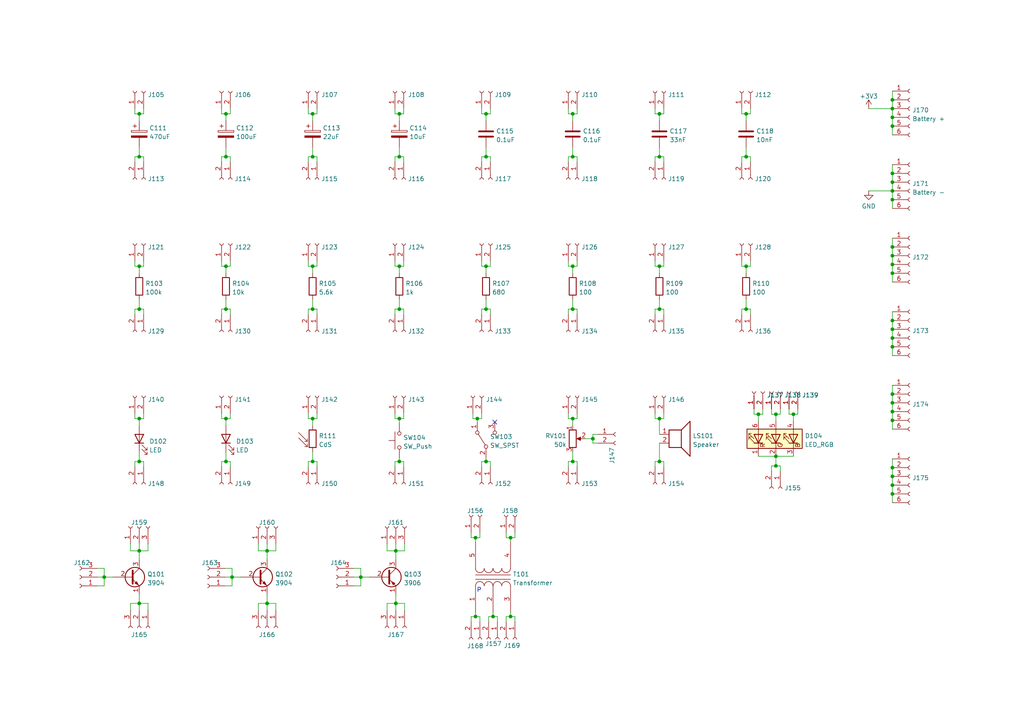
<source format=kicad_sch>
(kicad_sch (version 20211123) (generator eeschema)
  (paper "A4")
  (title_block (title "30-in-One") (date "2022-09-10") (rev "1.1") (company "DCZia") (comment 1 "defcon 30"))
  (junction (at 258.826 140.716))
  (junction (at 258.826 135.636))
  (junction (at 143.002 178.816))
  (junction (at 258.826 79.248))
  (junction (at 225.044 135.128))
  (junction (at 258.826 138.176))
  (junction (at 258.826 71.628))
  (junction (at 90.678 45.466))
  (junction (at 104.648 167.386))
  (junction (at 166.116 45.466))
  (junction (at 258.826 100.584))
  (junction (at 90.678 133.858))
  (junction (at 225.044 132.334))
  (junction (at 230.124 120.142))
  (junction (at 140.97 33.02))
  (junction (at 40.386 133.858))
  (junction (at 137.922 155.956))
  (junction (at 65.532 77.216))
  (junction (at 258.826 57.912))
  (junction (at 114.808 175.006))
  (junction (at 258.826 119.38))
  (junction (at 258.826 52.832))
  (junction (at 191.262 77.216))
  (junction (at 258.826 95.504))
  (junction (at 40.386 77.216))
  (junction (at 258.826 76.708))
  (junction (at 90.678 33.02))
  (junction (at 140.97 77.216))
  (junction (at 191.262 89.662))
  (junction (at 148.082 155.956))
  (junction (at 30.226 167.386))
  (junction (at 219.964 120.142))
  (junction (at 216.408 89.662))
  (junction (at 225.044 120.142))
  (junction (at 258.826 34.036))
  (junction (at 258.826 50.292))
  (junction (at 40.386 45.466))
  (junction (at 258.826 121.92))
  (junction (at 148.082 178.816))
  (junction (at 65.532 121.412))
  (junction (at 40.386 89.662))
  (junction (at 191.262 133.858))
  (junction (at 166.116 77.216))
  (junction (at 166.116 33.02))
  (junction (at 166.116 89.662))
  (junction (at 258.826 55.372))
  (junction (at 115.824 33.02))
  (junction (at 258.826 74.168))
  (junction (at 40.386 175.006))
  (junction (at 258.826 143.256))
  (junction (at 90.678 89.662))
  (junction (at 258.826 31.496))
  (junction (at 65.532 89.662))
  (junction (at 115.824 133.858))
  (junction (at 138.43 121.412))
  (junction (at 40.386 159.766))
  (junction (at 258.826 92.964))
  (junction (at 258.826 28.956))
  (junction (at 65.532 45.466))
  (junction (at 65.532 133.858))
  (junction (at 191.262 33.02))
  (junction (at 40.386 121.412))
  (junction (at 140.97 133.858))
  (junction (at 90.678 121.412))
  (junction (at 140.97 45.466))
  (junction (at 171.958 127.254))
  (junction (at 40.386 33.02))
  (junction (at 166.116 133.858))
  (junction (at 67.31 167.386))
  (junction (at 191.262 45.466))
  (junction (at 77.47 175.006))
  (junction (at 258.826 36.576))
  (junction (at 258.826 116.84))
  (junction (at 114.808 159.766))
  (junction (at 216.408 77.216))
  (junction (at 216.408 45.466))
  (junction (at 115.824 77.216))
  (junction (at 166.116 121.412))
  (junction (at 77.47 159.766))
  (junction (at 90.678 77.216))
  (junction (at 65.532 33.02))
  (junction (at 115.824 89.662))
  (junction (at 140.97 89.662))
  (junction (at 258.826 98.044))
  (junction (at 137.922 178.816))
  (junction (at 258.826 114.3))
  (junction (at 115.824 45.466))
  (junction (at 216.408 33.02))
  (junction (at 191.262 121.412))
  (junction (at 115.824 121.412))
  (no_connect (at 143.51 122.428))
  (wire (pts (xy 112.268 157.734) (xy 112.268 159.766)))
  (wire (pts (xy 167.386 133.858) (xy 166.116 133.858)))
  (wire (pts (xy 104.648 167.386) (xy 107.188 167.386)))
  (wire (pts (xy 65.532 33.02) (xy 65.532 35.052)))
  (wire (pts (xy 173.482 128.524) (xy 171.958 128.524)))
  (wire (pts (xy 114.554 89.662) (xy 115.824 89.662)))
  (wire (pts (xy 164.846 135.382) (xy 164.846 133.858)))
  (wire (pts (xy 65.532 133.858) (xy 65.532 131.064)))
  (wire (pts (xy 258.826 79.248) (xy 258.826 81.788)))
  (wire (pts (xy 217.678 77.216) (xy 216.408 77.216)))
  (wire (pts (xy 217.678 89.662) (xy 216.408 89.662)))
  (wire (pts (xy 164.846 119.888) (xy 164.846 121.412)))
  (wire (pts (xy 258.826 119.38) (xy 258.826 121.92)))
  (wire (pts (xy 112.268 175.006) (xy 114.808 175.006)))
  (wire (pts (xy 146.812 180.34) (xy 146.812 178.816)))
  (wire (pts (xy 164.846 133.858) (xy 166.116 133.858)))
  (wire (pts (xy 137.922 178.816) (xy 137.922 177.546)))
  (wire (pts (xy 114.554 75.692) (xy 114.554 77.216)))
  (wire (pts (xy 142.24 45.466) (xy 140.97 45.466)))
  (wire (pts (xy 39.116 31.496) (xy 39.116 33.02)))
  (wire (pts (xy 192.532 91.186) (xy 192.532 89.662)))
  (wire (pts (xy 142.24 135.382) (xy 142.24 133.858)))
  (wire (pts (xy 30.226 169.926) (xy 30.226 167.386)))
  (wire (pts (xy 91.948 75.692) (xy 91.948 77.216)))
  (wire (pts (xy 189.992 135.382) (xy 189.992 133.858)))
  (wire (pts (xy 192.532 75.692) (xy 192.532 77.216)))
  (wire (pts (xy 149.352 178.816) (xy 148.082 178.816)))
  (wire (pts (xy 41.656 121.412) (xy 40.386 121.412)))
  (wire (pts (xy 167.386 119.888) (xy 167.386 121.412)))
  (wire (pts (xy 140.97 133.858) (xy 140.97 132.588)))
  (wire (pts (xy 39.116 135.382) (xy 39.116 133.858)))
  (wire (pts (xy 251.968 31.496) (xy 258.826 31.496)))
  (wire (pts (xy 91.948 119.888) (xy 91.948 121.412)))
  (wire (pts (xy 148.082 178.816) (xy 148.082 177.546)))
  (wire (pts (xy 139.7 77.216) (xy 140.97 77.216)))
  (wire (pts (xy 166.116 45.466) (xy 166.116 42.672)))
  (wire (pts (xy 66.802 135.382) (xy 66.802 133.858)))
  (wire (pts (xy 39.116 46.99) (xy 39.116 45.466)))
  (wire (pts (xy 89.408 89.662) (xy 90.678 89.662)))
  (wire (pts (xy 167.386 75.692) (xy 167.386 77.216)))
  (wire (pts (xy 136.652 178.816) (xy 137.922 178.816)))
  (wire (pts (xy 37.846 175.006) (xy 40.386 175.006)))
  (wire (pts (xy 117.348 159.766) (xy 114.808 159.766)))
  (wire (pts (xy 91.948 89.662) (xy 90.678 89.662)))
  (wire (pts (xy 167.386 135.382) (xy 167.386 133.858)))
  (wire (pts (xy 139.7 135.382) (xy 139.7 133.858)))
  (wire (pts (xy 65.278 167.386) (xy 67.31 167.386)))
  (wire (pts (xy 142.24 31.496) (xy 142.24 33.02)))
  (wire (pts (xy 39.116 45.466) (xy 40.386 45.466)))
  (wire (pts (xy 139.192 180.34) (xy 139.192 178.816)))
  (wire (pts (xy 189.992 119.888) (xy 189.992 121.412)))
  (wire (pts (xy 215.138 45.466) (xy 216.408 45.466)))
  (wire (pts (xy 41.656 133.858) (xy 40.386 133.858)))
  (wire (pts (xy 223.774 136.652) (xy 223.774 135.128)))
  (wire (pts (xy 117.094 135.382) (xy 117.094 133.858)))
  (wire (pts (xy 65.278 169.926) (xy 67.31 169.926)))
  (wire (pts (xy 65.532 89.662) (xy 65.532 86.868)))
  (wire (pts (xy 102.616 167.386) (xy 104.648 167.386)))
  (wire (pts (xy 117.094 77.216) (xy 115.824 77.216)))
  (wire (pts (xy 148.082 155.956) (xy 148.082 157.226)))
  (wire (pts (xy 112.268 159.766) (xy 114.808 159.766)))
  (wire (pts (xy 166.116 133.858) (xy 166.116 131.064)))
  (wire (pts (xy 117.094 75.692) (xy 117.094 77.216)))
  (wire (pts (xy 102.616 169.926) (xy 104.648 169.926)))
  (wire (pts (xy 251.968 55.372) (xy 258.826 55.372)))
  (wire (pts (xy 91.948 33.02) (xy 90.678 33.02)))
  (wire (pts (xy 64.262 33.02) (xy 65.532 33.02)))
  (wire (pts (xy 189.992 133.858) (xy 191.262 133.858)))
  (wire (pts (xy 74.93 159.766) (xy 77.47 159.766)))
  (wire (pts (xy 164.846 91.186) (xy 164.846 89.662)))
  (wire (pts (xy 258.826 143.256) (xy 258.826 145.796)))
  (wire (pts (xy 39.116 77.216) (xy 40.386 77.216)))
  (wire (pts (xy 40.386 175.006) (xy 40.386 172.466)))
  (wire (pts (xy 166.116 89.662) (xy 166.116 86.868)))
  (wire (pts (xy 66.802 45.466) (xy 65.532 45.466)))
  (wire (pts (xy 80.01 159.766) (xy 77.47 159.766)))
  (wire (pts (xy 142.24 46.99) (xy 142.24 45.466)))
  (wire (pts (xy 258.826 26.416) (xy 258.826 28.956)))
  (wire (pts (xy 167.386 33.02) (xy 166.116 33.02)))
  (wire (pts (xy 64.262 119.888) (xy 64.262 121.412)))
  (wire (pts (xy 146.812 155.956) (xy 148.082 155.956)))
  (wire (pts (xy 64.262 89.662) (xy 65.532 89.662)))
  (wire (pts (xy 215.138 75.692) (xy 215.138 77.216)))
  (wire (pts (xy 91.948 135.382) (xy 91.948 133.858)))
  (wire (pts (xy 117.094 133.858) (xy 115.824 133.858)))
  (wire (pts (xy 149.352 154.432) (xy 149.352 155.956)))
  (wire (pts (xy 64.262 91.186) (xy 64.262 89.662)))
  (wire (pts (xy 191.262 33.02) (xy 191.262 35.052)))
  (wire (pts (xy 41.656 45.466) (xy 40.386 45.466)))
  (wire (pts (xy 258.826 55.372) (xy 258.826 57.912)))
  (wire (pts (xy 258.826 57.912) (xy 258.826 60.452)))
  (wire (pts (xy 166.116 121.412) (xy 166.116 123.444)))
  (wire (pts (xy 74.93 157.734) (xy 74.93 159.766)))
  (wire (pts (xy 39.116 133.858) (xy 40.386 133.858)))
  (wire (pts (xy 30.226 164.846) (xy 30.226 167.386)))
  (wire (pts (xy 258.826 47.752) (xy 258.826 50.292)))
  (wire (pts (xy 89.408 75.692) (xy 89.408 77.216)))
  (wire (pts (xy 114.554 119.888) (xy 114.554 121.412)))
  (wire (pts (xy 191.262 89.662) (xy 191.262 86.868)))
  (wire (pts (xy 117.348 175.006) (xy 114.808 175.006)))
  (wire (pts (xy 258.826 69.088) (xy 258.826 71.628)))
  (wire (pts (xy 166.116 33.02) (xy 166.116 35.052)))
  (wire (pts (xy 89.408 133.858) (xy 90.678 133.858)))
  (wire (pts (xy 114.554 91.186) (xy 114.554 89.662)))
  (wire (pts (xy 80.01 177.038) (xy 80.01 175.006)))
  (wire (pts (xy 258.826 74.168) (xy 258.826 76.708)))
  (wire (pts (xy 191.516 125.984) (xy 191.262 125.984)))
  (wire (pts (xy 114.554 45.466) (xy 115.824 45.466)))
  (wire (pts (xy 40.386 157.734) (xy 40.386 159.766)))
  (wire (pts (xy 89.408 135.382) (xy 89.408 133.858)))
  (wire (pts (xy 115.824 89.662) (xy 115.824 86.868)))
  (wire (pts (xy 90.678 121.412) (xy 90.678 123.444)))
  (wire (pts (xy 41.656 77.216) (xy 40.386 77.216)))
  (wire (pts (xy 258.826 52.832) (xy 258.826 55.372)))
  (wire (pts (xy 139.7 31.496) (xy 139.7 33.02)))
  (wire (pts (xy 89.408 46.99) (xy 89.408 45.466)))
  (wire (pts (xy 167.386 45.466) (xy 166.116 45.466)))
  (wire (pts (xy 173.482 125.984) (xy 171.958 125.984)))
  (wire (pts (xy 66.802 31.496) (xy 66.802 33.02)))
  (wire (pts (xy 39.116 89.662) (xy 40.386 89.662)))
  (wire (pts (xy 258.826 71.628) (xy 258.826 74.168)))
  (wire (pts (xy 217.678 45.466) (xy 216.408 45.466)))
  (wire (pts (xy 164.846 121.412) (xy 166.116 121.412)))
  (wire (pts (xy 258.826 50.292) (xy 258.826 52.832)))
  (wire (pts (xy 258.826 114.3) (xy 258.826 116.84)))
  (wire (pts (xy 144.272 180.34) (xy 144.272 178.816)))
  (wire (pts (xy 139.7 121.412) (xy 138.43 121.412)))
  (wire (pts (xy 90.678 89.662) (xy 90.678 86.868)))
  (wire (pts (xy 191.262 77.216) (xy 191.262 79.248)))
  (wire (pts (xy 218.694 120.142) (xy 219.964 120.142)))
  (wire (pts (xy 141.732 180.34) (xy 141.732 178.816)))
  (wire (pts (xy 66.802 133.858) (xy 65.532 133.858)))
  (wire (pts (xy 258.826 31.496) (xy 258.826 34.036)))
  (wire (pts (xy 258.826 90.424) (xy 258.826 92.964)))
  (wire (pts (xy 66.802 89.662) (xy 65.532 89.662)))
  (wire (pts (xy 139.7 91.186) (xy 139.7 89.662)))
  (wire (pts (xy 114.554 135.382) (xy 114.554 133.858)))
  (wire (pts (xy 114.554 77.216) (xy 115.824 77.216)))
  (wire (pts (xy 140.97 77.216) (xy 140.97 79.248)))
  (wire (pts (xy 189.992 33.02) (xy 191.262 33.02)))
  (wire (pts (xy 74.93 177.038) (xy 74.93 175.006)))
  (wire (pts (xy 164.846 46.99) (xy 164.846 45.466)))
  (wire (pts (xy 39.116 33.02) (xy 40.386 33.02)))
  (wire (pts (xy 104.648 169.926) (xy 104.648 167.386)))
  (wire (pts (xy 91.948 133.858) (xy 90.678 133.858)))
  (wire (pts (xy 166.116 77.216) (xy 166.116 79.248)))
  (wire (pts (xy 221.234 120.142) (xy 219.964 120.142)))
  (wire (pts (xy 192.532 45.466) (xy 191.262 45.466)))
  (wire (pts (xy 258.826 36.576) (xy 258.826 39.116)))
  (wire (pts (xy 164.846 75.692) (xy 164.846 77.216)))
  (wire (pts (xy 142.24 91.186) (xy 142.24 89.662)))
  (wire (pts (xy 164.846 45.466) (xy 166.116 45.466)))
  (wire (pts (xy 91.948 45.466) (xy 90.678 45.466)))
  (wire (pts (xy 142.24 89.662) (xy 140.97 89.662)))
  (wire (pts (xy 37.846 159.766) (xy 40.386 159.766)))
  (wire (pts (xy 77.47 159.766) (xy 77.47 162.306)))
  (wire (pts (xy 114.554 46.99) (xy 114.554 45.466)))
  (wire (pts (xy 42.926 157.734) (xy 42.926 159.766)))
  (wire (pts (xy 65.532 45.466) (xy 65.532 42.672)))
  (wire (pts (xy 41.656 89.662) (xy 40.386 89.662)))
  (wire (pts (xy 77.47 175.006) (xy 77.47 172.466)))
  (wire (pts (xy 42.926 159.766) (xy 40.386 159.766)))
  (wire (pts (xy 41.656 31.496) (xy 41.656 33.02)))
  (wire (pts (xy 89.408 121.412) (xy 90.678 121.412)))
  (wire (pts (xy 42.926 175.006) (xy 40.386 175.006)))
  (wire (pts (xy 228.854 120.142) (xy 230.124 120.142)))
  (wire (pts (xy 37.846 177.038) (xy 37.846 175.006)))
  (wire (pts (xy 216.408 45.466) (xy 216.408 42.672)))
  (wire (pts (xy 191.262 45.466) (xy 191.262 42.672)))
  (wire (pts (xy 139.7 89.662) (xy 140.97 89.662)))
  (wire (pts (xy 66.802 33.02) (xy 65.532 33.02)))
  (wire (pts (xy 258.826 34.036) (xy 258.826 36.576)))
  (wire (pts (xy 139.7 75.692) (xy 139.7 77.216)))
  (wire (pts (xy 215.138 89.662) (xy 216.408 89.662)))
  (wire (pts (xy 91.948 77.216) (xy 90.678 77.216)))
  (wire (pts (xy 191.262 128.524) (xy 191.262 133.858)))
  (wire (pts (xy 30.226 167.386) (xy 32.766 167.386)))
  (wire (pts (xy 41.656 46.99) (xy 41.656 45.466)))
  (wire (pts (xy 189.992 31.496) (xy 189.992 33.02)))
  (wire (pts (xy 67.31 164.846) (xy 67.31 167.386)))
  (wire (pts (xy 90.678 77.216) (xy 90.678 79.248)))
  (wire (pts (xy 77.47 177.038) (xy 77.47 175.006)))
  (wire (pts (xy 143.002 178.816) (xy 143.002 177.546)))
  (wire (pts (xy 67.31 167.386) (xy 69.85 167.386)))
  (wire (pts (xy 90.678 33.02) (xy 90.678 35.052)))
  (wire (pts (xy 40.386 89.662) (xy 40.386 86.868)))
  (wire (pts (xy 39.116 119.888) (xy 39.116 121.412)))
  (wire (pts (xy 223.774 118.618) (xy 223.774 120.142)))
  (wire (pts (xy 89.408 31.496) (xy 89.408 33.02)))
  (wire (pts (xy 117.094 31.496) (xy 117.094 33.02)))
  (wire (pts (xy 164.846 77.216) (xy 166.116 77.216)))
  (wire (pts (xy 40.386 159.766) (xy 40.386 162.306)))
  (wire (pts (xy 139.192 154.432) (xy 139.192 155.956)))
  (wire (pts (xy 89.408 91.186) (xy 89.408 89.662)))
  (wire (pts (xy 225.044 132.334) (xy 230.124 132.334)))
  (wire (pts (xy 28.194 169.926) (xy 30.226 169.926)))
  (wire (pts (xy 115.824 121.412) (xy 115.824 122.682)))
  (wire (pts (xy 114.808 177.038) (xy 114.808 175.006)))
  (wire (pts (xy 89.408 77.216) (xy 90.678 77.216)))
  (wire (pts (xy 28.194 164.846) (xy 30.226 164.846)))
  (wire (pts (xy 89.408 33.02) (xy 90.678 33.02)))
  (wire (pts (xy 138.43 121.412) (xy 138.43 122.428)))
  (wire (pts (xy 64.262 45.466) (xy 65.532 45.466)))
  (wire (pts (xy 258.826 138.176) (xy 258.826 140.716)))
  (wire (pts (xy 40.386 45.466) (xy 40.386 42.672)))
  (wire (pts (xy 80.01 157.734) (xy 80.01 159.766)))
  (wire (pts (xy 117.094 46.99) (xy 117.094 45.466)))
  (wire (pts (xy 171.958 125.984) (xy 171.958 127.254)))
  (wire (pts (xy 91.948 31.496) (xy 91.948 33.02)))
  (wire (pts (xy 167.386 31.496) (xy 167.386 33.02)))
  (wire (pts (xy 167.386 89.662) (xy 166.116 89.662)))
  (wire (pts (xy 66.802 119.888) (xy 66.802 121.412)))
  (wire (pts (xy 223.774 135.128) (xy 225.044 135.128)))
  (wire (pts (xy 136.652 180.34) (xy 136.652 178.816)))
  (wire (pts (xy 217.678 31.496) (xy 217.678 33.02)))
  (wire (pts (xy 216.408 77.216) (xy 216.408 79.248)))
  (wire (pts (xy 64.262 75.692) (xy 64.262 77.216)))
  (wire (pts (xy 192.532 46.99) (xy 192.532 45.466)))
  (wire (pts (xy 39.116 121.412) (xy 40.386 121.412)))
  (wire (pts (xy 64.262 46.99) (xy 64.262 45.466)))
  (wire (pts (xy 217.678 75.692) (xy 217.678 77.216)))
  (wire (pts (xy 77.47 157.734) (xy 77.47 159.766)))
  (wire (pts (xy 80.01 175.006) (xy 77.47 175.006)))
  (wire (pts (xy 114.554 121.412) (xy 115.824 121.412)))
  (wire (pts (xy 146.812 178.816) (xy 148.082 178.816)))
  (wire (pts (xy 189.992 77.216) (xy 191.262 77.216)))
  (wire (pts (xy 149.352 180.34) (xy 149.352 178.816)))
  (wire (pts (xy 167.386 77.216) (xy 166.116 77.216)))
  (wire (pts (xy 115.824 77.216) (xy 115.824 79.248)))
  (wire (pts (xy 114.554 31.496) (xy 114.554 33.02)))
  (wire (pts (xy 231.394 118.618) (xy 231.394 120.142)))
  (wire (pts (xy 64.262 31.496) (xy 64.262 33.02)))
  (wire (pts (xy 226.314 136.652) (xy 226.314 135.128)))
  (wire (pts (xy 192.532 77.216) (xy 191.262 77.216)))
  (wire (pts (xy 39.116 91.186) (xy 39.116 89.662)))
  (wire (pts (xy 91.948 46.99) (xy 91.948 45.466)))
  (wire (pts (xy 41.656 135.382) (xy 41.656 133.858)))
  (wire (pts (xy 65.532 121.412) (xy 65.532 123.444)))
  (wire (pts (xy 66.802 46.99) (xy 66.802 45.466)))
  (wire (pts (xy 41.656 91.186) (xy 41.656 89.662)))
  (wire (pts (xy 192.532 31.496) (xy 192.532 33.02)))
  (wire (pts (xy 141.732 178.816) (xy 143.002 178.816)))
  (wire (pts (xy 258.826 116.84) (xy 258.826 119.38)))
  (wire (pts (xy 137.16 121.412) (xy 138.43 121.412)))
  (wire (pts (xy 40.386 33.02) (xy 40.386 35.052)))
  (wire (pts (xy 258.826 92.964) (xy 258.826 95.504)))
  (wire (pts (xy 140.97 33.02) (xy 140.97 35.052)))
  (wire (pts (xy 117.094 45.466) (xy 115.824 45.466)))
  (wire (pts (xy 218.694 118.618) (xy 218.694 120.142)))
  (wire (pts (xy 215.138 31.496) (xy 215.138 33.02)))
  (wire (pts (xy 40.386 77.216) (xy 40.386 79.248)))
  (wire (pts (xy 42.926 177.038) (xy 42.926 175.006)))
  (wire (pts (xy 215.138 77.216) (xy 216.408 77.216)))
  (wire (pts (xy 117.094 91.186) (xy 117.094 89.662)))
  (wire (pts (xy 139.192 155.956) (xy 137.922 155.956)))
  (wire (pts (xy 65.278 164.846) (xy 67.31 164.846)))
  (wire (pts (xy 225.044 120.142) (xy 225.044 122.174)))
  (wire (pts (xy 167.386 121.412) (xy 166.116 121.412)))
  (wire (pts (xy 64.262 77.216) (xy 65.532 77.216)))
  (wire (pts (xy 219.964 132.334) (xy 225.044 132.334)))
  (wire (pts (xy 216.408 89.662) (xy 216.408 86.868)))
  (wire (pts (xy 104.648 164.846) (xy 104.648 167.386)))
  (wire (pts (xy 40.386 121.412) (xy 40.386 123.444)))
  (wire (pts (xy 167.386 46.99) (xy 167.386 45.466)))
  (wire (pts (xy 115.824 45.466) (xy 115.824 42.672)))
  (wire (pts (xy 226.314 135.128) (xy 225.044 135.128)))
  (wire (pts (xy 219.964 120.142) (xy 219.964 122.174)))
  (wire (pts (xy 171.958 127.254) (xy 169.926 127.254)))
  (wire (pts (xy 90.678 45.466) (xy 90.678 42.672)))
  (wire (pts (xy 112.268 177.038) (xy 112.268 175.006)))
  (wire (pts (xy 192.532 121.412) (xy 191.262 121.412)))
  (wire (pts (xy 89.408 119.888) (xy 89.408 121.412)))
  (wire (pts (xy 142.24 77.216) (xy 140.97 77.216)))
  (wire (pts (xy 66.802 77.216) (xy 65.532 77.216)))
  (wire (pts (xy 142.24 33.02) (xy 140.97 33.02)))
  (wire (pts (xy 28.194 167.386) (xy 30.226 167.386)))
  (wire (pts (xy 223.774 120.142) (xy 225.044 120.142)))
  (wire (pts (xy 66.802 121.412) (xy 65.532 121.412)))
  (wire (pts (xy 137.16 119.888) (xy 137.16 121.412)))
  (wire (pts (xy 115.824 33.02) (xy 115.824 35.052)))
  (wire (pts (xy 142.24 75.692) (xy 142.24 77.216)))
  (wire (pts (xy 258.826 76.708) (xy 258.826 79.248)))
  (wire (pts (xy 228.854 118.618) (xy 228.854 120.142)))
  (wire (pts (xy 191.516 128.524) (xy 191.262 128.524)))
  (wire (pts (xy 65.532 77.216) (xy 65.532 79.248)))
  (wire (pts (xy 215.138 91.186) (xy 215.138 89.662)))
  (wire (pts (xy 66.802 91.186) (xy 66.802 89.662)))
  (wire (pts (xy 215.138 46.99) (xy 215.138 45.466)))
  (wire (pts (xy 217.678 46.99) (xy 217.678 45.466)))
  (wire (pts (xy 215.138 33.02) (xy 216.408 33.02)))
  (wire (pts (xy 149.352 155.956) (xy 148.082 155.956)))
  (wire (pts (xy 39.116 75.692) (xy 39.116 77.216)))
  (wire (pts (xy 258.826 28.956) (xy 258.826 31.496)))
  (wire (pts (xy 164.846 89.662) (xy 166.116 89.662)))
  (wire (pts (xy 189.992 89.662) (xy 191.262 89.662)))
  (wire (pts (xy 192.532 135.382) (xy 192.532 133.858)))
  (wire (pts (xy 217.678 33.02) (xy 216.408 33.02)))
  (wire (pts (xy 114.554 133.858) (xy 115.824 133.858)))
  (wire (pts (xy 258.826 121.92) (xy 258.826 124.46)))
  (wire (pts (xy 91.948 121.412) (xy 90.678 121.412)))
  (wire (pts (xy 67.31 169.926) (xy 67.31 167.386)))
  (wire (pts (xy 191.262 121.412) (xy 191.262 125.984)))
  (wire (pts (xy 41.656 119.888) (xy 41.656 121.412)))
  (wire (pts (xy 114.808 175.006) (xy 114.808 172.466)))
  (wire (pts (xy 189.992 121.412) (xy 191.262 121.412)))
  (wire (pts (xy 258.826 95.504) (xy 258.826 98.044)))
  (wire (pts (xy 66.802 75.692) (xy 66.802 77.216)))
  (wire (pts (xy 139.7 46.99) (xy 139.7 45.466)))
  (wire (pts (xy 230.124 120.142) (xy 230.124 122.174)))
  (wire (pts (xy 40.386 133.858) (xy 40.386 131.064)))
  (wire (pts (xy 137.922 155.956) (xy 137.922 157.226)))
  (wire (pts (xy 189.992 46.99) (xy 189.992 45.466)))
  (wire (pts (xy 146.812 154.432) (xy 146.812 155.956)))
  (wire (pts (xy 189.992 91.186) (xy 189.992 89.662)))
  (wire (pts (xy 192.532 89.662) (xy 191.262 89.662)))
  (wire (pts (xy 41.656 75.692) (xy 41.656 77.216)))
  (wire (pts (xy 189.992 75.692) (xy 189.992 77.216)))
  (wire (pts (xy 258.826 140.716) (xy 258.826 143.256)))
  (wire (pts (xy 114.808 157.734) (xy 114.808 159.766)))
  (wire (pts (xy 142.24 133.858) (xy 140.97 133.858)))
  (wire (pts (xy 114.808 159.766) (xy 114.808 162.306)))
  (wire (pts (xy 164.846 31.496) (xy 164.846 33.02)))
  (wire (pts (xy 216.408 33.02) (xy 216.408 35.052)))
  (wire (pts (xy 167.386 91.186) (xy 167.386 89.662)))
  (wire (pts (xy 221.234 118.618) (xy 221.234 120.142)))
  (wire (pts (xy 192.532 119.888) (xy 192.532 121.412)))
  (wire (pts (xy 217.678 91.186) (xy 217.678 89.662)))
  (wire (pts (xy 40.386 177.038) (xy 40.386 175.006)))
  (wire (pts (xy 258.826 100.584) (xy 258.826 103.124)))
  (wire (pts (xy 117.094 33.02) (xy 115.824 33.02)))
  (wire (pts (xy 144.272 178.816) (xy 143.002 178.816)))
  (wire (pts (xy 258.826 135.636) (xy 258.826 138.176)))
  (wire (pts (xy 139.192 178.816) (xy 137.922 178.816)))
  (wire (pts (xy 136.652 154.432) (xy 136.652 155.956)))
  (wire (pts (xy 226.314 118.618) (xy 226.314 120.142)))
  (wire (pts (xy 64.262 121.412) (xy 65.532 121.412)))
  (wire (pts (xy 192.532 133.858) (xy 191.262 133.858)))
  (wire (pts (xy 139.7 45.466) (xy 140.97 45.466)))
  (wire (pts (xy 164.846 33.02) (xy 166.116 33.02)))
  (wire (pts (xy 64.262 133.858) (xy 65.532 133.858)))
  (wire (pts (xy 231.394 120.142) (xy 230.124 120.142)))
  (wire (pts (xy 41.656 33.02) (xy 40.386 33.02)))
  (wire (pts (xy 91.948 91.186) (xy 91.948 89.662)))
  (wire (pts (xy 225.044 135.128) (xy 225.044 132.334)))
  (wire (pts (xy 140.97 45.466) (xy 140.97 42.672)))
  (wire (pts (xy 139.7 33.02) (xy 140.97 33.02)))
  (wire (pts (xy 258.826 111.76) (xy 258.826 114.3)))
  (wire (pts (xy 189.992 45.466) (xy 191.262 45.466)))
  (wire (pts (xy 117.094 89.662) (xy 115.824 89.662)))
  (wire (pts (xy 258.826 98.044) (xy 258.826 100.584)))
  (wire (pts (xy 136.652 155.956) (xy 137.922 155.956)))
  (wire (pts (xy 192.532 33.02) (xy 191.262 33.02)))
  (wire (pts (xy 64.262 135.382) (xy 64.262 133.858)))
  (wire (pts (xy 37.846 157.734) (xy 37.846 159.766)))
  (wire (pts (xy 89.408 45.466) (xy 90.678 45.466)))
  (wire (pts (xy 114.554 33.02) (xy 115.824 33.02)))
  (wire (pts (xy 117.094 119.888) (xy 117.094 121.412)))
  (wire (pts (xy 115.824 133.858) (xy 115.824 132.842)))
  (wire (pts (xy 90.678 133.858) (xy 90.678 131.064)))
  (wire (pts (xy 117.348 177.038) (xy 117.348 175.006)))
  (wire (pts (xy 74.93 175.006) (xy 77.47 175.006)))
  (wire (pts (xy 171.958 128.524) (xy 171.958 127.254)))
  (wire (pts (xy 102.616 164.846) (xy 104.648 164.846)))
  (wire (pts (xy 139.7 133.858) (xy 140.97 133.858)))
  (wire (pts (xy 117.094 121.412) (xy 115.824 121.412)))
  (wire (pts (xy 258.826 133.096) (xy 258.826 135.636)))
  (wire (pts (xy 226.314 120.142) (xy 225.044 120.142)))
  (wire (pts (xy 117.348 157.734) (xy 117.348 159.766)))
  (wire (pts (xy 139.7 119.888) (xy 139.7 121.412)))
  (wire (pts (xy 140.97 89.662) (xy 140.97 86.868)))
  (text "P" (at 138.2268 172.0088 0) (effects (font (size 1.27 1.27)) (justify left bottom)))
  (symbol (lib_id "Connector:Conn_01x02_Female") (at 66.802 96.266 270) (unit 1)
    (property "Reference" "J130" (at 68.0212 96.0648 90) (effects (justify left)))
    (property "Value" "Conn_01x02_Female" (effects hide))
    (property "Footprint" "Connector_PinSocket_2.54mm:PinSocket_1x02_P2.54mm_Vertical" (effects hide))
  )
  (symbol (lib_id "Connector:Conn_01x02_Female") (at 66.802 140.462 270) (unit 1)
    (property "Reference" "J149" (at 68.0212 140.2608 90) (effects (justify left)))
    (property "Value" "Conn_01x02_Female" (effects hide))
    (property "Footprint" "Connector_PinSocket_2.54mm:PinSocket_1x02_P2.54mm_Vertical" (effects hide))
  )
  (symbol (lib_id "Connector:Conn_01x02_Female") (at 41.656 140.462 270) (unit 1)
    (property "Reference" "J148" (at 42.8752 140.2608 90) (effects (justify left)))
    (property "Value" "Conn_01x02_Female" (effects hide))
    (property "Footprint" "Connector_PinSocket_2.54mm:PinSocket_1x02_P2.54mm_Vertical" (effects hide))
  )
  (symbol (lib_id "Connector:Conn_01x02_Female") (at 192.532 96.266 270) (unit 1)
    (property "Reference" "J135" (at 193.7512 96.0648 90) (effects (justify left)))
    (property "Value" "Conn_01x02_Female" (effects hide))
    (property "Footprint" "Connector_PinSocket_2.54mm:PinSocket_1x02_P2.54mm_Vertical" (effects hide))
  )
  (symbol (lib_id "Device:R_Photo") (at 90.678 127.254 0) (unit 1)
    (property "Reference" "R111" (at 92.456 126.4193 0) (effects (justify left)))
    (property "Value" "CdS" (at 92.456 128.9562 0) (effects (justify left)))
    (property "Footprint" "lib_fp:CdS Cell" (effects hide))
  )
  (symbol (lib_id "Connector:Conn_01x02_Female") (at 91.948 96.266 270) (unit 1)
    (property "Reference" "J131" (at 93.1672 96.0648 90) (effects (justify left)))
    (property "Value" "Conn_01x02_Female" (effects hide))
    (property "Footprint" "Connector_PinSocket_2.54mm:PinSocket_1x02_P2.54mm_Vertical" (effects hide))
  )
  (symbol (lib_id "Connector:Conn_01x02_Female") (at 64.262 114.808 90) (unit 1)
    (property "Reference" "J141" (at 68.0212 115.8768 90) (effects (justify right)))
    (property "Value" "Conn_01x02_Female" (effects hide))
    (property "Footprint" "Connector_PinSocket_2.54mm:PinSocket_1x02_P2.54mm_Vertical" (effects hide))
  )
  (symbol (lib_id "Connector:Conn_01x03_Female") (at 60.198 167.386 180) (unit 1)
    (property "Reference" "J163" (at 60.833 163.226 0))
    (property "Value" "Conn_01x03_Female" (effects hide))
    (property "Footprint" "Connector_PinSocket_2.54mm:PinSocket_1x03_P2.54mm_Vertical" (effects hide))
  )
  (symbol (lib_id "Connector:Conn_01x03_Female") (at 40.386 182.118 270) (unit 1)
    (property "Reference" "J165" (at 40.386 184.0976 90))
    (property "Value" "Conn_01x03_Female" (effects hide))
    (property "Footprint" "Connector_PinSocket_2.54mm:PinSocket_1x03_P2.54mm_Vertical" (effects hide))
  )
  (symbol (lib_id "Connector:Conn_01x02_Female") (at 117.094 96.266 270) (unit 1)
    (property "Reference" "J132" (at 118.3132 96.0648 90) (effects (justify left)))
    (property "Value" "Conn_01x02_Female" (effects hide))
    (property "Footprint" "Connector_PinSocket_2.54mm:PinSocket_1x02_P2.54mm_Vertical" (effects hide))
  )
  (symbol (lib_id "Device:LED") (at 40.386 127.254 90) (unit 1)
    (property "Reference" "D102" (at 43.307 128.0068 90) (effects (justify right)))
    (property "Value" "LED" (at 43.307 130.5437 90) (effects (justify right)))
    (property "Footprint" "LED_SMD:LED_0805_2012Metric" (effects hide))
  )
  (symbol (lib_id "Connector:Conn_01x02_Female") (at 192.532 140.462 270) (unit 1)
    (property "Reference" "J154" (at 193.7512 140.2608 90) (effects (justify left)))
    (property "Value" "Conn_01x02_Female" (effects hide))
    (property "Footprint" "Connector_PinSocket_2.54mm:PinSocket_1x02_P2.54mm_Vertical" (effects hide))
  )
  (symbol (lib_id "Connector:Conn_01x02_Female") (at 142.24 52.07 270) (unit 1)
    (property "Reference" "J117" (at 143.4592 51.8688 90) (effects (justify left)))
    (property "Value" "Conn_01x02_Female" (effects hide))
    (property "Footprint" "Connector_PinSocket_2.54mm:PinSocket_1x02_P2.54mm_Vertical" (effects hide))
  )
  (symbol (lib_id "Device:R") (at 191.262 83.058 0) (unit 1)
    (property "Reference" "R109" (at 193.04 82.2233 0) (effects (justify left)))
    (property "Value" "100" (at 193.04 84.7602 0) (effects (justify left)))
    (property "Footprint" "Resistor_SMD:R_0603_1608Metric" (effects hide))
  )
  (symbol (lib_id "Connector:Conn_01x02_Female") (at 149.352 185.42 270) (unit 1)
    (property "Reference" "J169" (at 146.1008 187.2488 90) (effects (justify left)))
    (property "Value" "Conn_01x02_Female" (effects hide))
    (property "Footprint" "Connector_PinSocket_2.54mm:PinSocket_1x02_P2.54mm_Vertical" (effects hide))
  )
  (symbol (lib_id "Connector:Conn_01x02_Female") (at 142.24 140.462 270) (unit 1)
    (property "Reference" "J152" (at 143.4592 140.2608 90) (effects (justify left)))
    (property "Value" "Conn_01x02_Female" (effects hide))
    (property "Footprint" "Connector_PinSocket_2.54mm:PinSocket_1x02_P2.54mm_Vertical" (effects hide))
  )
  (symbol (lib_id "power:+3V3") (at 251.968 31.496 0) (unit 1)
    (property "Reference" "#PWR0124" (effects hide))
    (property "Value" "+3V3" (at 251.968 27.9202 0))
  )
  (symbol (lib_id "Connector:Conn_01x02_Female") (at 139.192 185.42 270) (unit 1)
    (property "Reference" "J168" (at 135.4328 187.3504 90) (effects (justify left)))
    (property "Value" "Conn_01x02_Female" (effects hide))
    (property "Footprint" "Connector_PinSocket_2.54mm:PinSocket_1x02_P2.54mm_Vertical" (effects hide))
  )
  (symbol (lib_id "Device:R") (at 166.116 83.058 0) (unit 1)
    (property "Reference" "R108" (at 167.894 82.2233 0) (effects (justify left)))
    (property "Value" "100" (at 167.894 84.7602 0) (effects (justify left)))
    (property "Footprint" "Resistor_SMD:R_0603_1608Metric" (effects hide))
  )
  (symbol (lib_id "Device:Q_NPN_EBC") (at 74.93 167.386 0) (unit 1)
    (property "Reference" "Q102" (at 79.7814 166.5513 0) (effects (justify left)))
    (property "Value" "3904" (at 79.7814 169.0882 0) (effects (justify left)))
    (property "Footprint" "Package_TO_SOT_SMD:SOT-23" (effects hide))
  )
  (symbol (lib_id "Connector:Conn_01x02_Female") (at 117.094 52.07 270) (unit 1)
    (property "Reference" "J116" (at 118.3132 51.8688 90) (effects (justify left)))
    (property "Value" "Conn_01x02_Female" (effects hide))
    (property "Footprint" "Connector_PinSocket_2.54mm:PinSocket_1x02_P2.54mm_Vertical" (effects hide))
  )
  (symbol (lib_id "Connector:Conn_01x02_Female") (at 114.554 70.612 90) (unit 1)
    (property "Reference" "J124" (at 118.3132 71.6808 90) (effects (justify right)))
    (property "Value" "Conn_01x02_Female" (effects hide))
    (property "Footprint" "Connector_PinSocket_2.54mm:PinSocket_1x02_P2.54mm_Vertical" (effects hide))
  )
  (symbol (lib_id "Connector:Conn_01x02_Female") (at 217.678 96.266 270) (unit 1)
    (property "Reference" "J136" (at 218.8972 96.0648 90) (effects (justify left)))
    (property "Value" "Conn_01x02_Female" (effects hide))
    (property "Footprint" "Connector_PinSocket_2.54mm:PinSocket_1x02_P2.54mm_Vertical" (effects hide))
  )
  (symbol (lib_id "Connector:Conn_01x02_Female") (at 89.408 26.416 90) (unit 1)
    (property "Reference" "J107" (at 93.1672 27.4848 90) (effects (justify right)))
    (property "Value" "Conn_01x02_Female" (effects hide))
    (property "Footprint" "Connector_PinSocket_2.54mm:PinSocket_1x02_P2.54mm_Vertical" (effects hide))
  )
  (symbol (lib_id "Device:R") (at 216.408 83.058 0) (unit 1)
    (property "Reference" "R110" (at 218.186 82.2233 0) (effects (justify left)))
    (property "Value" "100" (at 218.186 84.7602 0) (effects (justify left)))
    (property "Footprint" "Resistor_SMD:R_0603_1608Metric" (effects hide))
  )
  (symbol (lib_id "Device:C_Polarized") (at 65.532 38.862 0) (unit 1)
    (property "Reference" "C112" (at 68.453 37.1383 0) (effects (justify left)))
    (property "Value" "100uF" (at 68.453 39.6752 0) (effects (justify left)))
    (property "Footprint" "Capacitor_SMD:CP_Elec_5x5.4" (effects hide))
  )
  (symbol (lib_id "Connector:Conn_01x06_Female") (at 263.906 138.176 0) (unit 1)
    (property "Reference" "J175" (at 264.6172 138.6113 0) (effects (justify left)))
    (property "Value" "Spare" (effects hide))
    (property "Footprint" "Connector_PinSocket_2.54mm:PinSocket_1x06_P2.54mm_Vertical" (effects hide))
  )
  (symbol (lib_id "Connector:Conn_01x02_Female") (at 137.16 114.808 90) (unit 1)
    (property "Reference" "J144" (at 140.9192 115.8768 90) (effects (justify right)))
    (property "Value" "Conn_01x02_Female" (effects hide))
    (property "Footprint" "Connector_PinSocket_2.54mm:PinSocket_1x02_P2.54mm_Vertical" (effects hide))
  )
  (symbol (lib_id "Device:R") (at 115.824 83.058 0) (unit 1)
    (property "Reference" "R106" (at 117.602 82.2233 0) (effects (justify left)))
    (property "Value" "1k" (at 117.602 84.7602 0) (effects (justify left)))
    (property "Footprint" "Resistor_SMD:R_0603_1608Metric" (effects hide))
  )
  (symbol (lib_id "Device:C") (at 216.408 38.862 0) (unit 1)
    (property "Reference" "C118" (at 219.329 38.0273 0) (effects (justify left)))
    (property "Value" "10nF" (at 219.329 40.5642 0) (effects (justify left)))
    (property "Footprint" "Capacitor_SMD:C_0603_1608Metric" (effects hide))
  )
  (symbol (lib_id "Connector:Conn_01x02_Female") (at 192.532 52.07 270) (unit 1)
    (property "Reference" "J119" (at 193.7512 51.8688 90) (effects (justify left)))
    (property "Value" "Conn_01x02_Female" (effects hide))
    (property "Footprint" "Connector_PinSocket_2.54mm:PinSocket_1x02_P2.54mm_Vertical" (effects hide))
  )
  (symbol (lib_id "Switch:SW_SPDT") (at 140.97 127.508 90) (unit 1)
    (property "Reference" "SW103" (at 142.113 126.6733 90) (effects (justify right)))
    (property "Value" "SW_SPST" (at 142.113 129.2102 90) (effects (justify right)))
    (property "Footprint" "Button_Switch_THT:SW_E-Switch_EG1271_DPDT" (effects hide))
  )
  (symbol (lib_id "Connector:Conn_01x02_Female") (at 144.272 185.42 270) (unit 1)
    (property "Reference" "J157" (at 140.716 186.69 90) (effects (justify left)))
    (property "Value" "Conn_01x02_Female" (effects hide))
    (property "Footprint" "Connector_PinSocket_2.54mm:PinSocket_1x02_P2.54mm_Vertical" (effects hide))
  )
  (symbol (lib_id "Connector:Conn_01x03_Female") (at 23.114 167.386 180) (unit 1)
    (property "Reference" "J162" (at 23.749 163.226 0))
    (property "Value" "Conn_01x03_Female" (effects hide))
    (property "Footprint" "Connector_PinSocket_2.54mm:PinSocket_1x03_P2.54mm_Vertical" (effects hide))
  )
  (symbol (lib_id "Device:C_Polarized") (at 90.678 38.862 0) (unit 1)
    (property "Reference" "C113" (at 93.599 37.1383 0) (effects (justify left)))
    (property "Value" "22uF" (at 93.599 39.6752 0) (effects (justify left)))
    (property "Footprint" "Capacitor_SMD:C_0805_2012Metric" (effects hide))
  )
  (symbol (lib_id "Connector:Conn_01x02_Female") (at 41.656 52.07 270) (unit 1)
    (property "Reference" "J113" (at 42.8752 51.8688 90) (effects (justify left)))
    (property "Value" "Conn_01x02_Female" (effects hide))
    (property "Footprint" "Connector_PinSocket_2.54mm:PinSocket_1x02_P2.54mm_Vertical" (effects hide))
  )
  (symbol (lib_id "Connector:Conn_01x02_Female") (at 189.992 70.612 90) (unit 1)
    (property "Reference" "J127" (at 193.7512 71.6808 90) (effects (justify right)))
    (property "Value" "Conn_01x02_Female" (effects hide))
    (property "Footprint" "Connector_PinSocket_2.54mm:PinSocket_1x02_P2.54mm_Vertical" (effects hide))
  )
  (symbol (lib_id "Connector:Conn_01x02_Female") (at 91.948 140.462 270) (unit 1)
    (property "Reference" "J150" (at 93.1672 140.2608 90) (effects (justify left)))
    (property "Value" "Conn_01x02_Female" (effects hide))
    (property "Footprint" "Connector_PinSocket_2.54mm:PinSocket_1x02_P2.54mm_Vertical" (effects hide))
  )
  (symbol (lib_id "Device:C") (at 191.262 38.862 0) (unit 1)
    (property "Reference" "C117" (at 194.183 38.0273 0) (effects (justify left)))
    (property "Value" "33nF" (at 194.183 40.5642 0) (effects (justify left)))
    (property "Footprint" "Capacitor_SMD:C_0603_1608Metric" (effects hide))
  )
  (symbol (lib_id "Connector:Conn_01x02_Female") (at 89.408 70.612 90) (unit 1)
    (property "Reference" "J123" (at 93.1672 71.6808 90) (effects (justify right)))
    (property "Value" "Conn_01x02_Female" (effects hide))
    (property "Footprint" "Connector_PinSocket_2.54mm:PinSocket_1x02_P2.54mm_Vertical" (effects hide))
  )
  (symbol (lib_id "Connector:Conn_01x02_Female") (at 218.694 113.538 90) (unit 1)
    (property "Reference" "J137" (at 222.4532 114.6068 90) (effects (justify right)))
    (property "Value" "Conn_01x02_Female" (effects hide))
    (property "Footprint" "Connector_PinSocket_2.54mm:PinSocket_1x02_P2.54mm_Vertical" (effects hide))
  )
  (symbol (lib_id "Connector:Conn_01x02_Female") (at 41.656 96.266 270) (unit 1)
    (property "Reference" "J129" (at 42.8752 96.0648 90) (effects (justify left)))
    (property "Value" "Conn_01x02_Female" (effects hide))
    (property "Footprint" "Connector_PinSocket_2.54mm:PinSocket_1x02_P2.54mm_Vertical" (effects hide))
  )
  (symbol (lib_id "Device:C") (at 166.116 38.862 0) (unit 1)
    (property "Reference" "C116" (at 169.037 38.0273 0) (effects (justify left)))
    (property "Value" "0.1uF" (at 169.037 40.5642 0) (effects (justify left)))
    (property "Footprint" "Capacitor_SMD:C_0603_1608Metric" (effects hide))
  )
  (symbol (lib_id "Connector:Conn_01x06_Female") (at 263.906 116.84 0) (unit 1)
    (property "Reference" "J174" (at 264.6172 117.2753 0) (effects (justify left)))
    (property "Value" "Spare" (effects hide))
    (property "Footprint" "Connector_PinSocket_2.54mm:PinSocket_1x06_P2.54mm_Vertical" (effects hide))
  )
  (symbol (lib_id "Device:C_Polarized") (at 40.386 38.862 0) (unit 1)
    (property "Reference" "C111" (at 43.307 37.1383 0) (effects (justify left)))
    (property "Value" "470uF" (at 43.307 39.6752 0) (effects (justify left)))
    (property "Footprint" "Capacitor_SMD:CP_Elec_8x10.5" (effects hide))
  )
  (symbol (lib_id "Device:R") (at 65.532 83.058 0) (unit 1)
    (property "Reference" "R104" (at 67.31 82.2233 0) (effects (justify left)))
    (property "Value" "10k" (at 67.31 84.7602 0) (effects (justify left)))
    (property "Footprint" "Resistor_SMD:R_0603_1608Metric" (effects hide))
  )
  (symbol (lib_id "Connector:Conn_01x02_Female") (at 178.562 125.984 0) (unit 1)
    (property "Reference" "J147" (at 177.4932 129.7432 90) (effects (justify right)))
    (property "Value" "Conn_01x02_Female" (effects hide))
    (property "Footprint" "Connector_PinSocket_2.54mm:PinSocket_1x02_P2.54mm_Vertical" (effects hide))
  )
  (symbol (lib_id "Connector:Conn_01x02_Female") (at 139.7 26.416 90) (unit 1)
    (property "Reference" "J109" (at 143.4592 27.4848 90) (effects (justify right)))
    (property "Value" "Conn_01x02_Female" (effects hide))
    (property "Footprint" "Connector_PinSocket_2.54mm:PinSocket_1x02_P2.54mm_Vertical" (effects hide))
  )
  (symbol (lib_id "Device:R") (at 40.386 83.058 0) (unit 1)
    (property "Reference" "R103" (at 42.164 82.2233 0) (effects (justify left)))
    (property "Value" "100k" (at 42.164 84.7602 0) (effects (justify left)))
    (property "Footprint" "Resistor_SMD:R_0603_1608Metric" (effects hide))
  )
  (symbol (lib_id "Connector:Conn_01x03_Female") (at 114.808 152.654 90) (unit 1)
    (property "Reference" "J161" (at 114.808 151.542 90))
    (property "Value" "Conn_01x03_Female" (effects hide))
    (property "Footprint" "Connector_PinSocket_2.54mm:PinSocket_1x03_P2.54mm_Vertical" (effects hide))
  )
  (symbol (lib_id "Connector:Conn_01x03_Female") (at 40.386 152.654 90) (unit 1)
    (property "Reference" "J159" (at 40.386 151.542 90))
    (property "Value" "Conn_01x03_Female" (effects hide))
    (property "Footprint" "Connector_PinSocket_2.54mm:PinSocket_1x03_P2.54mm_Vertical" (effects hide))
  )
  (symbol (lib_id "Connector:Conn_01x02_Female") (at 167.386 140.462 270) (unit 1)
    (property "Reference" "J153" (at 168.6052 140.2608 90) (effects (justify left)))
    (property "Value" "Conn_01x02_Female" (effects hide))
    (property "Footprint" "Connector_PinSocket_2.54mm:PinSocket_1x02_P2.54mm_Vertical" (effects hide))
  )
  (symbol (lib_id "Device:LED_RGB") (at 225.044 127.254 90) (unit 1)
    (property "Reference" "D104" (at 233.426 126.4193 90) (effects (justify right)))
    (property "Value" "LED_RGB" (at 233.426 128.9562 90) (effects (justify right)))
    (property "Footprint" "LED_SMD:LED_RGB_PLCC-6" (effects hide))
  )
  (symbol (lib_id "Connector:Conn_01x02_Female") (at 226.314 141.732 270) (unit 1)
    (property "Reference" "J155" (at 227.5332 141.5308 90) (effects (justify left)))
    (property "Value" "Conn_01x02_Female" (effects hide))
    (property "Footprint" "Connector_PinSocket_2.54mm:PinSocket_1x02_P2.54mm_Vertical" (effects hide))
  )
  (symbol (lib_id "Connector:Conn_01x02_Female") (at 39.116 26.416 90) (unit 1)
    (property "Reference" "J105" (at 42.8752 27.4848 90) (effects (justify right)))
    (property "Value" "Conn_01x02_Female" (effects hide))
    (property "Footprint" "Connector_PinSocket_2.54mm:PinSocket_1x02_P2.54mm_Vertical" (effects hide))
  )
  (symbol (lib_id "Connector:Conn_01x02_Female") (at 167.386 52.07 270) (unit 1)
    (property "Reference" "J118" (at 168.6052 51.8688 90) (effects (justify left)))
    (property "Value" "Conn_01x02_Female" (effects hide))
    (property "Footprint" "Connector_PinSocket_2.54mm:PinSocket_1x02_P2.54mm_Vertical" (effects hide))
  )
  (symbol (lib_id "Connector:Conn_01x06_Female") (at 263.906 95.504 0) (unit 1)
    (property "Reference" "J173" (at 264.6172 95.9393 0) (effects (justify left)))
    (property "Value" "Spare" (effects hide))
    (property "Footprint" "Connector_PinSocket_2.54mm:PinSocket_1x06_P2.54mm_Vertical" (effects hide))
  )
  (symbol (lib_id "Connector:Conn_01x02_Female") (at 39.116 114.808 90) (unit 1)
    (property "Reference" "J140" (at 42.8752 115.8768 90) (effects (justify right)))
    (property "Value" "Conn_01x02_Female" (effects hide))
    (property "Footprint" "Connector_PinSocket_2.54mm:PinSocket_1x02_P2.54mm_Vertical" (effects hide))
  )
  (symbol (lib_id "Connector:Conn_01x06_Female") (at 263.906 31.496 0) (unit 1)
    (property "Reference" "J170" (at 264.6172 31.9313 0) (effects (justify left)))
    (property "Value" "Battery +" (at 264.6172 34.4682 0) (effects (justify left)))
    (property "Footprint" "Connector_PinSocket_2.54mm:PinSocket_1x06_P2.54mm_Vertical" (effects hide))
  )
  (symbol (lib_id "Device:R") (at 140.97 83.058 0) (unit 1)
    (property "Reference" "R107" (at 142.748 82.2233 0) (effects (justify left)))
    (property "Value" "680" (at 142.748 84.7602 0) (effects (justify left)))
    (property "Footprint" "Resistor_SMD:R_0603_1608Metric" (effects hide))
  )
  (symbol (lib_id "power:GND") (at 251.968 55.372 0) (unit 1)
    (property "Reference" "#PWR0125" (effects hide))
    (property "Value" "GND" (at 251.968 59.8154 0))
  )
  (symbol (lib_id "Connector:Conn_01x02_Female") (at 215.138 26.416 90) (unit 1)
    (property "Reference" "J112" (at 218.8972 27.4848 90) (effects (justify right)))
    (property "Value" "Conn_01x02_Female" (effects hide))
    (property "Footprint" "Connector_PinSocket_2.54mm:PinSocket_1x02_P2.54mm_Vertical" (effects hide))
  )
  (symbol (lib_id "Connector:Conn_01x02_Female") (at 66.802 52.07 270) (unit 1)
    (property "Reference" "J114" (at 68.0212 51.8688 90) (effects (justify left)))
    (property "Value" "Conn_01x02_Female" (effects hide))
    (property "Footprint" "Connector_PinSocket_2.54mm:PinSocket_1x02_P2.54mm_Vertical" (effects hide))
  )
  (symbol (lib_id "Connector:Conn_01x02_Female") (at 167.386 96.266 270) (unit 1)
    (property "Reference" "J134" (at 168.6052 96.0648 90) (effects (justify left)))
    (property "Value" "Conn_01x02_Female" (effects hide))
    (property "Footprint" "Connector_PinSocket_2.54mm:PinSocket_1x02_P2.54mm_Vertical" (effects hide))
  )
  (symbol (lib_id "Device:LED") (at 65.532 127.254 90) (unit 1)
    (property "Reference" "D103" (at 68.453 128.0068 90) (effects (justify right)))
    (property "Value" "LED" (at 68.453 130.5437 90) (effects (justify right)))
    (property "Footprint" "LED_SMD:LED_0805_2012Metric" (effects hide))
  )
  (symbol (lib_id "Connector:Conn_01x03_Female") (at 97.536 167.386 180) (unit 1)
    (property "Reference" "J164" (at 98.171 163.226 0))
    (property "Value" "Conn_01x03_Female" (effects hide))
    (property "Footprint" "Connector_PinSocket_2.54mm:PinSocket_1x03_P2.54mm_Vertical" (effects hide))
  )
  (symbol (lib_id "Connector:Conn_01x06_Female") (at 263.906 52.832 0) (unit 1)
    (property "Reference" "J171" (at 264.6172 53.2673 0) (effects (justify left)))
    (property "Value" "Battery -" (at 264.6172 55.8042 0) (effects (justify left)))
    (property "Footprint" "Connector_PinSocket_2.54mm:PinSocket_1x06_P2.54mm_Vertical" (effects hide))
  )
  (symbol (lib_id "Connector:Conn_01x02_Female") (at 114.554 26.416 90) (unit 1)
    (property "Reference" "J108" (at 118.3132 27.4848 90) (effects (justify right)))
    (property "Value" "Conn_01x02_Female" (effects hide))
    (property "Footprint" "Connector_PinSocket_2.54mm:PinSocket_1x02_P2.54mm_Vertical" (effects hide))
  )
  (symbol (lib_id "Connector:Conn_01x02_Female") (at 91.948 52.07 270) (unit 1)
    (property "Reference" "J115" (at 93.1672 51.8688 90) (effects (justify left)))
    (property "Value" "Conn_01x02_Female" (effects hide))
    (property "Footprint" "Connector_PinSocket_2.54mm:PinSocket_1x02_P2.54mm_Vertical" (effects hide))
  )
  (symbol (lib_id "Connector:Conn_01x03_Female") (at 77.47 152.654 90) (unit 1)
    (property "Reference" "J160" (at 77.47 151.542 90))
    (property "Value" "Conn_01x03_Female" (effects hide))
    (property "Footprint" "Connector_PinSocket_2.54mm:PinSocket_1x03_P2.54mm_Vertical" (effects hide))
  )
  (symbol (lib_id "Connector:Conn_01x02_Female") (at 146.812 149.352 90) (unit 1)
    (property "Reference" "J158" (at 150.3172 148.1328 90) (effects (justify left)))
    (property "Value" "Conn_01x02_Female" (effects hide))
    (property "Footprint" "Connector_PinSocket_2.54mm:PinSocket_1x02_P2.54mm_Vertical" (effects hide))
  )
  (symbol (lib_id "Device:Q_PNP_EBC") (at 112.268 167.386 0) (unit 1)
    (property "Reference" "Q103" (at 117.1194 166.5513 0) (effects (justify left)))
    (property "Value" "3906" (at 117.1194 169.0882 0) (effects (justify left)))
    (property "Footprint" "Package_TO_SOT_SMD:SOT-23" (effects hide))
  )
  (symbol (lib_id "Connector:Conn_01x02_Female") (at 164.846 114.808 90) (unit 1)
    (property "Reference" "J145" (at 168.6052 115.8768 90) (effects (justify right)))
    (property "Value" "Conn_01x02_Female" (effects hide))
    (property "Footprint" "Connector_PinSocket_2.54mm:PinSocket_1x02_P2.54mm_Vertical" (effects hide))
  )
  (symbol (lib_id "Device:R_Potentiometer") (at 166.116 127.254 0) (unit 1)
    (property "Reference" "RV101" (at 164.3381 126.4193 0) (effects (justify right)))
    (property "Value" "50k" (at 164.3381 128.9562 0) (effects (justify right)))
    (property "Footprint" "Potentiometer_THT:Potentiometer_Alps_RK09K_Single_Vertical" (effects hide))
  )
  (symbol (lib_id "Connector:Conn_01x02_Female") (at 217.678 52.07 270) (unit 1)
    (property "Reference" "J120" (at 218.8972 51.8688 90) (effects (justify left)))
    (property "Value" "Conn_01x02_Female" (effects hide))
    (property "Footprint" "Connector_PinSocket_2.54mm:PinSocket_1x02_P2.54mm_Vertical" (effects hide))
  )
  (symbol (lib_id "Device:Transformer_SP_1S") (at 143.002 167.386 90) (unit 1)
    (property "Reference" "T101" (at 148.7169 166.5386 90) (effects (justify right)))
    (property "Value" "Transformer" (at 148.7169 169.0755 90) (effects (justify right)))
    (property "Footprint" "lib_fp:42TL Transformer" (effects hide))
  )
  (symbol (lib_id "Connector:Conn_01x02_Female") (at 228.854 113.538 90) (unit 1)
    (property "Reference" "J139" (at 232.6132 114.6068 90) (effects (justify right)))
    (property "Value" "Conn_01x02_Female" (effects hide))
    (property "Footprint" "Connector_PinSocket_2.54mm:PinSocket_1x02_P2.54mm_Vertical" (effects hide))
  )
  (symbol (lib_id "Device:C_Polarized") (at 115.824 38.862 0) (unit 1)
    (property "Reference" "C114" (at 118.745 37.1383 0) (effects (justify left)))
    (property "Value" "10uF" (at 118.745 39.6752 0) (effects (justify left)))
    (property "Footprint" "Capacitor_SMD:C_0603_1608Metric" (effects hide))
  )
  (symbol (lib_id "Connector:Conn_01x02_Female") (at 39.116 70.612 90) (unit 1)
    (property "Reference" "J121" (at 42.8752 71.6808 90) (effects (justify right)))
    (property "Value" "Conn_01x02_Female" (effects hide))
    (property "Footprint" "Connector_PinSocket_2.54mm:PinSocket_1x02_P2.54mm_Vertical" (effects hide))
  )
  (symbol (lib_id "Connector:Conn_01x02_Female") (at 164.846 70.612 90) (unit 1)
    (property "Reference" "J126" (at 168.6052 71.6808 90) (effects (justify right)))
    (property "Value" "Conn_01x02_Female" (effects hide))
    (property "Footprint" "Connector_PinSocket_2.54mm:PinSocket_1x02_P2.54mm_Vertical" (effects hide))
  )
  (symbol (lib_id "Connector:Conn_01x02_Female") (at 164.846 26.416 90) (unit 1)
    (property "Reference" "J110" (at 168.6052 27.4848 90) (effects (justify right)))
    (property "Value" "Conn_01x02_Female" (effects hide))
    (property "Footprint" "Connector_PinSocket_2.54mm:PinSocket_1x02_P2.54mm_Vertical" (effects hide))
  )
  (symbol (lib_id "Connector:Conn_01x02_Female") (at 223.774 113.538 90) (unit 1)
    (property "Reference" "J138" (at 227.5332 114.6068 90) (effects (justify right)))
    (property "Value" "Conn_01x02_Female" (effects hide))
    (property "Footprint" "Connector_PinSocket_2.54mm:PinSocket_1x02_P2.54mm_Vertical" (effects hide))
  )
  (symbol (lib_id "Connector:Conn_01x02_Female") (at 189.992 26.416 90) (unit 1)
    (property "Reference" "J111" (at 193.7512 27.4848 90) (effects (justify right)))
    (property "Value" "Conn_01x02_Female" (effects hide))
    (property "Footprint" "Connector_PinSocket_2.54mm:PinSocket_1x02_P2.54mm_Vertical" (effects hide))
  )
  (symbol (lib_id "Connector:Conn_01x02_Female") (at 114.554 114.808 90) (unit 1)
    (property "Reference" "J143" (at 118.3132 115.8768 90) (effects (justify right)))
    (property "Value" "Conn_01x02_Female" (effects hide))
    (property "Footprint" "Connector_PinSocket_2.54mm:PinSocket_1x02_P2.54mm_Vertical" (effects hide))
  )
  (symbol (lib_id "Connector:Conn_01x02_Female") (at 215.138 70.612 90) (unit 1)
    (property "Reference" "J128" (at 218.8972 71.6808 90) (effects (justify right)))
    (property "Value" "Conn_01x02_Female" (effects hide))
    (property "Footprint" "Connector_PinSocket_2.54mm:PinSocket_1x02_P2.54mm_Vertical" (effects hide))
  )
  (symbol (lib_id "Connector:Conn_01x02_Female") (at 139.7 70.612 90) (unit 1)
    (property "Reference" "J125" (at 143.4592 71.6808 90) (effects (justify right)))
    (property "Value" "Conn_01x02_Female" (effects hide))
    (property "Footprint" "Connector_PinSocket_2.54mm:PinSocket_1x02_P2.54mm_Vertical" (effects hide))
  )
  (symbol (lib_id "Device:Speaker") (at 196.596 125.984 0) (unit 1)
    (property "Reference" "LS101" (at 200.914 126.4193 0) (effects (justify left)))
    (property "Value" "Speaker" (at 200.914 128.9562 0) (effects (justify left)))
    (property "Footprint" "lib_fp:Speaker" (effects hide))
  )
  (symbol (lib_id "Connector:Conn_01x03_Female") (at 77.47 182.118 270) (unit 1)
    (property "Reference" "J166" (at 77.47 184.0976 90))
    (property "Value" "Conn_01x03_Female" (effects hide))
    (property "Footprint" "Connector_PinSocket_2.54mm:PinSocket_1x03_P2.54mm_Vertical" (effects hide))
  )
  (symbol (lib_id "Connector:Conn_01x02_Female") (at 64.262 26.416 90) (unit 1)
    (property "Reference" "J106" (at 68.0212 27.4848 90) (effects (justify right)))
    (property "Value" "Conn_01x02_Female" (effects hide))
    (property "Footprint" "Connector_PinSocket_2.54mm:PinSocket_1x02_P2.54mm_Vertical" (effects hide))
  )
  (symbol (lib_id "Connector:Conn_01x06_Female") (at 263.906 74.168 0) (unit 1)
    (property "Reference" "J172" (at 264.6172 74.6033 0) (effects (justify left)))
    (property "Value" "Spare" (effects hide))
    (property "Footprint" "Connector_PinSocket_2.54mm:PinSocket_1x06_P2.54mm_Vertical" (effects hide))
  )
  (symbol (lib_id "Connector:Conn_01x02_Female") (at 142.24 96.266 270) (unit 1)
    (property "Reference" "J133" (at 143.4592 96.0648 90) (effects (justify left)))
    (property "Value" "Conn_01x02_Female" (effects hide))
    (property "Footprint" "Connector_PinSocket_2.54mm:PinSocket_1x02_P2.54mm_Vertical" (effects hide))
  )
  (symbol (lib_id "Connector:Conn_01x02_Female") (at 189.992 114.808 90) (unit 1)
    (property "Reference" "J146" (at 193.7512 115.8768 90) (effects (justify right)))
    (property "Value" "Conn_01x02_Female" (effects hide))
    (property "Footprint" "Connector_PinSocket_2.54mm:PinSocket_1x02_P2.54mm_Vertical" (effects hide))
  )
  (symbol (lib_id "Switch:SW_Push") (at 115.824 127.762 90) (unit 1)
    (property "Reference" "SW104" (at 116.967 126.9273 90) (effects (justify right)))
    (property "Value" "SW_Push" (at 116.967 129.4642 90) (effects (justify right)))
    (property "Footprint" "lib_fp:CHERRY_SMDLED_100H" (effects hide))
  )
  (symbol (lib_id "Connector:Conn_01x02_Female") (at 117.094 140.462 270) (unit 1)
    (property "Reference" "J151" (at 118.3132 140.2608 90) (effects (justify left)))
    (property "Value" "Conn_01x02_Female" (effects hide))
    (property "Footprint" "Connector_PinSocket_2.54mm:PinSocket_1x02_P2.54mm_Vertical" (effects hide))
  )
  (symbol (lib_id "Device:R") (at 90.678 83.058 0) (unit 1)
    (property "Reference" "R105" (at 92.456 82.2233 0) (effects (justify left)))
    (property "Value" "5.6k" (at 92.456 84.7602 0) (effects (justify left)))
    (property "Footprint" "Resistor_SMD:R_0603_1608Metric" (effects hide))
  )
  (symbol (lib_id "Device:C") (at 140.97 38.862 0) (unit 1)
    (property "Reference" "C115" (at 143.891 38.0273 0) (effects (justify left)))
    (property "Value" "0.1uF" (at 143.891 40.5642 0) (effects (justify left)))
    (property "Footprint" "Capacitor_SMD:C_0603_1608Metric" (effects hide))
  )
  (symbol (lib_id "Connector:Conn_01x02_Female") (at 136.652 149.352 90) (unit 1)
    (property "Reference" "J156" (at 140.2588 148.1328 90) (effects (justify left)))
    (property "Value" "Conn_01x02_Female" (effects hide))
    (property "Footprint" "Connector_PinSocket_2.54mm:PinSocket_1x02_P2.54mm_Vertical" (effects hide))
  )
  (symbol (lib_id "Connector:Conn_01x02_Female") (at 64.262 70.612 90) (unit 1)
    (property "Reference" "J122" (at 68.0212 71.6808 90) (effects (justify right)))
    (property "Value" "Conn_01x02_Female" (effects hide))
    (property "Footprint" "Connector_PinSocket_2.54mm:PinSocket_1x02_P2.54mm_Vertical" (effects hide))
  )
  (symbol (lib_id "Connector:Conn_01x02_Female") (at 89.408 114.808 90) (unit 1)
    (property "Reference" "J142" (at 93.1672 115.8768 90) (effects (justify right)))
    (property "Value" "Conn_01x02_Female" (effects hide))
    (property "Footprint" "Connector_PinSocket_2.54mm:PinSocket_1x02_P2.54mm_Vertical" (effects hide))
  )
  (symbol (lib_id "Device:Q_NPN_EBC") (at 37.846 167.386 0) (unit 1)
    (property "Reference" "Q101" (at 42.6974 166.5513 0) (effects (justify left)))
    (property "Value" "3904" (at 42.6974 169.0882 0) (effects (justify left)))
    (property "Footprint" "Package_TO_SOT_SMD:SOT-23" (effects hide))
  )
  (symbol (lib_id "Connector:Conn_01x03_Female") (at 114.808 182.118 270) (unit 1)
    (property "Reference" "J167" (at 114.808 184.0976 90))
    (property "Value" "Conn_01x03_Female" (effects hide))
    (property "Footprint" "Connector_PinSocket_2.54mm:PinSocket_1x03_P2.54mm_Vertical" (effects hide))
  )
)
</source>
